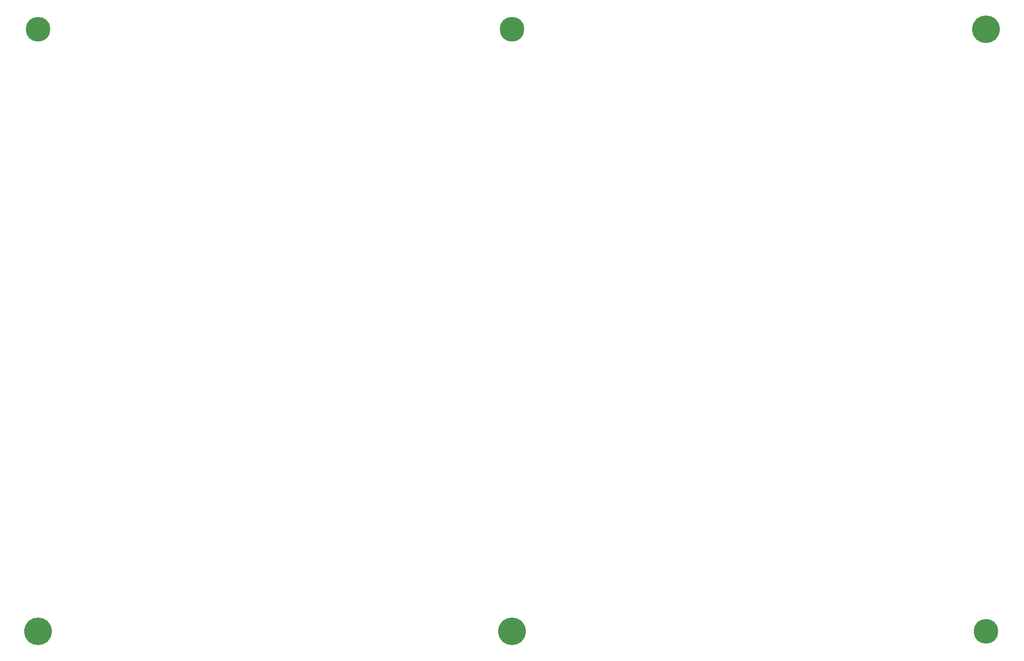
<source format=gbr>
G04 #@! TF.GenerationSoftware,KiCad,Pcbnew,(5.1.8-0-10_14)*
G04 #@! TF.CreationDate,2020-12-02T17:32:51+02:00*
G04 #@! TF.ProjectId,N32B_Top_panel_v1.3,4e333242-5f54-46f7-905f-70616e656c5f,rev?*
G04 #@! TF.SameCoordinates,Original*
G04 #@! TF.FileFunction,Soldermask,Bot*
G04 #@! TF.FilePolarity,Negative*
%FSLAX46Y46*%
G04 Gerber Fmt 4.6, Leading zero omitted, Abs format (unit mm)*
G04 Created by KiCad (PCBNEW (5.1.8-0-10_14)) date 2020-12-02 17:32:51*
%MOMM*%
%LPD*%
G01*
G04 APERTURE LIST*
%ADD10C,5.600000*%
%ADD11C,5.000000*%
G04 APERTURE END LIST*
D10*
X53770000Y-155780001D03*
X149770000Y-155780001D03*
D11*
X53770000Y-33780000D03*
X149770000Y-33780000D03*
X245770000Y-155780001D03*
D10*
X245770000Y-33780000D03*
M02*

</source>
